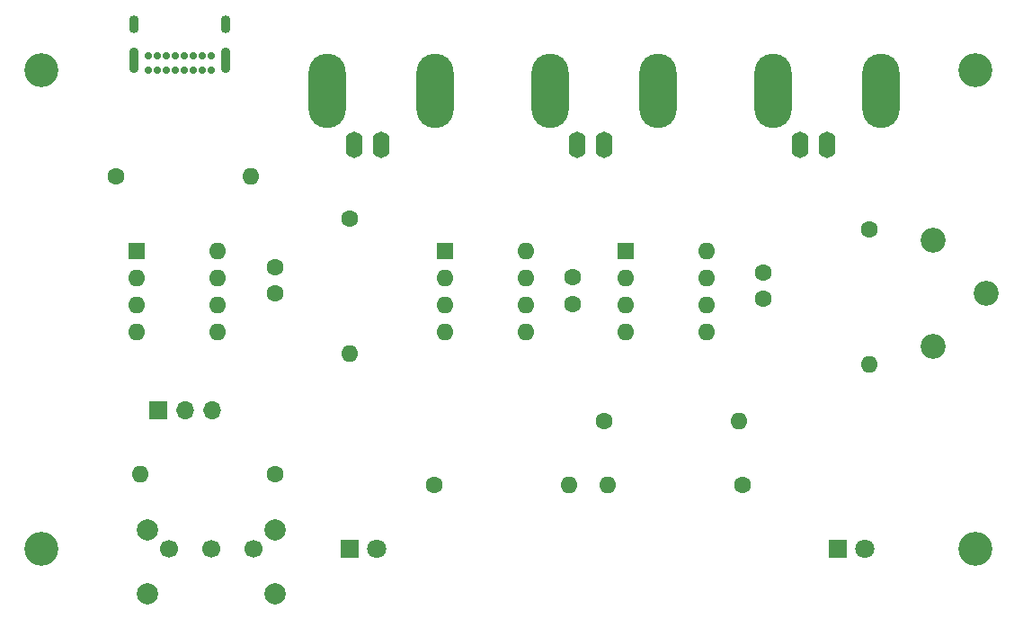
<source format=gbr>
%TF.GenerationSoftware,KiCad,Pcbnew,5.1.6-c6e7f7d~86~ubuntu20.04.1*%
%TF.CreationDate,2020-06-02T12:53:55+01:00*%
%TF.ProjectId,PC_driver,50435f64-7269-4766-9572-2e6b69636164,rev?*%
%TF.SameCoordinates,Original*%
%TF.FileFunction,Soldermask,Bot*%
%TF.FilePolarity,Negative*%
%FSLAX46Y46*%
G04 Gerber Fmt 4.6, Leading zero omitted, Abs format (unit mm)*
G04 Created by KiCad (PCBNEW 5.1.6-c6e7f7d~86~ubuntu20.04.1) date 2020-06-02 12:53:55*
%MOMM*%
%LPD*%
G01*
G04 APERTURE LIST*
%ADD10O,1.600000X1.600000*%
%ADD11C,1.600000*%
%ADD12R,1.800000X1.800000*%
%ADD13C,1.800000*%
%ADD14R,1.600000X1.600000*%
%ADD15C,3.200000*%
%ADD16C,2.340000*%
%ADD17O,3.500000X7.000000*%
%ADD18O,1.600000X2.500000*%
%ADD19R,1.700000X1.700000*%
%ADD20O,1.700000X1.700000*%
%ADD21C,0.700000*%
%ADD22O,0.900000X2.400000*%
%ADD23O,0.900000X1.700000*%
%ADD24C,2.000000*%
%ADD25C,1.700000*%
G04 APERTURE END LIST*
D10*
%TO.C,R4*%
X106300000Y-91000000D03*
D11*
X119000000Y-91000000D03*
%TD*%
D10*
%TO.C,R7*%
X146700000Y-92000000D03*
D11*
X134000000Y-92000000D03*
%TD*%
D12*
%TO.C,D1*%
X172000000Y-98000000D03*
D13*
X174540000Y-98000000D03*
%TD*%
%TO.C,D2*%
X128540000Y-98000000D03*
D12*
X126000000Y-98000000D03*
%TD*%
D14*
%TO.C,U1*%
X152000000Y-70000000D03*
D10*
X159620000Y-77620000D03*
X152000000Y-72540000D03*
X159620000Y-75080000D03*
X152000000Y-75080000D03*
X159620000Y-72540000D03*
X152000000Y-77620000D03*
X159620000Y-70000000D03*
%TD*%
%TO.C,U3*%
X142620000Y-70000000D03*
X135000000Y-77620000D03*
X142620000Y-72540000D03*
X135000000Y-75080000D03*
X142620000Y-75080000D03*
X135000000Y-72540000D03*
X142620000Y-77620000D03*
D14*
X135000000Y-70000000D03*
%TD*%
D15*
%TO.C,REF\u002A\u002A*%
X97000000Y-53000000D03*
%TD*%
%TO.C,REF\u002A\u002A*%
X185000000Y-53000000D03*
%TD*%
%TO.C,REF\u002A\u002A*%
X185000000Y-98000000D03*
%TD*%
%TO.C,REF\u002A\u002A*%
X97000000Y-98000000D03*
%TD*%
D16*
%TO.C,RV1*%
X181000000Y-69000000D03*
X186000000Y-74000000D03*
X181000000Y-79000000D03*
%TD*%
D11*
%TO.C,C2*%
X119000000Y-71500000D03*
X119000000Y-74000000D03*
%TD*%
%TO.C,C1*%
X165000000Y-72000000D03*
X165000000Y-74500000D03*
%TD*%
%TO.C,C3*%
X147000000Y-75000000D03*
X147000000Y-72500000D03*
%TD*%
D17*
%TO.C,J1*%
X123920000Y-54920000D03*
X134080000Y-54920000D03*
D18*
X129000000Y-60000000D03*
X126460000Y-60000000D03*
%TD*%
D19*
%TO.C,J2*%
X108000000Y-85000000D03*
D20*
X110540000Y-85000000D03*
X113080000Y-85000000D03*
%TD*%
D17*
%TO.C,J3*%
X144920000Y-54920000D03*
X155080000Y-54920000D03*
D18*
X150000000Y-60000000D03*
X147460000Y-60000000D03*
%TD*%
%TO.C,J4*%
X168460000Y-60000000D03*
X171000000Y-60000000D03*
D17*
X176080000Y-54920000D03*
X165920000Y-54920000D03*
%TD*%
D21*
%TO.C,P1*%
X113000000Y-53000000D03*
X112150000Y-53000000D03*
X111300000Y-53000000D03*
X110450000Y-53000000D03*
X109600000Y-53000000D03*
X108750000Y-53000000D03*
X107900000Y-53000000D03*
X107050000Y-53000000D03*
X112150000Y-51650000D03*
X110450000Y-51650000D03*
X111300000Y-51650000D03*
X113000000Y-51650000D03*
X108750000Y-51650000D03*
X107900000Y-51650000D03*
X107050000Y-51650000D03*
X109600000Y-51650000D03*
D22*
X114350000Y-52020000D03*
X105700000Y-52020000D03*
D23*
X114350000Y-48640000D03*
X105700000Y-48640000D03*
%TD*%
D11*
%TO.C,R1*%
X104000000Y-63000000D03*
D10*
X116700000Y-63000000D03*
%TD*%
%TO.C,R5*%
X126000000Y-79700000D03*
D11*
X126000000Y-67000000D03*
%TD*%
D10*
%TO.C,R2*%
X162700000Y-86000000D03*
D11*
X150000000Y-86000000D03*
%TD*%
%TO.C,R3*%
X163000000Y-92000000D03*
D10*
X150300000Y-92000000D03*
%TD*%
D11*
%TO.C,R6*%
X175000000Y-68000000D03*
D10*
X175000000Y-80700000D03*
%TD*%
D24*
%TO.C,SW1*%
X107000000Y-96250000D03*
X119000000Y-96250000D03*
X119000000Y-102250000D03*
X107000000Y-102250000D03*
D25*
X109000000Y-98000000D03*
X113000000Y-98000000D03*
X117000000Y-98000000D03*
%TD*%
D14*
%TO.C,U2*%
X106000000Y-70000000D03*
D10*
X113620000Y-77620000D03*
X106000000Y-72540000D03*
X113620000Y-75080000D03*
X106000000Y-75080000D03*
X113620000Y-72540000D03*
X106000000Y-77620000D03*
X113620000Y-70000000D03*
%TD*%
M02*

</source>
